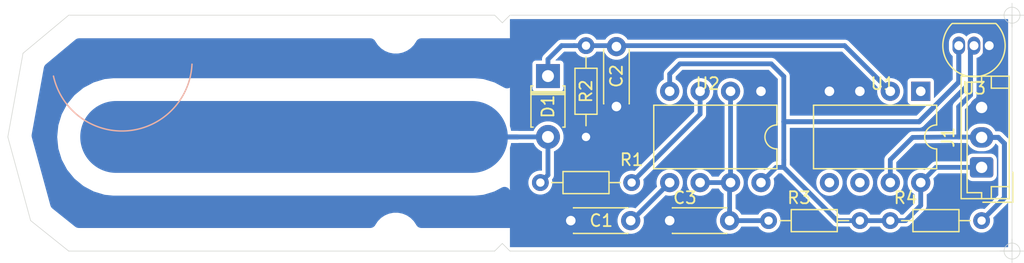
<source format=kicad_pcb>
(kicad_pcb (version 20171130) (host pcbnew "(5.1.5)-3")

  (general
    (thickness 1.6)
    (drawings 16)
    (tracks 57)
    (zones 0)
    (modules 12)
    (nets 9)
  )

  (page A4 portrait)
  (title_block
    (title "Bongo Soil Moisture Sensor")
    (rev 1.0)
    (company "Lapoulton (Pvt) Ltd")
  )

  (layers
    (0 F.Cu signal)
    (31 B.Cu signal)
    (33 F.Adhes user)
    (35 F.Paste user)
    (37 F.SilkS user)
    (38 B.Mask user)
    (39 F.Mask user)
    (40 Dwgs.User user)
    (41 Cmts.User user)
    (42 Eco1.User user)
    (43 Eco2.User user)
    (44 Edge.Cuts user)
    (45 Margin user)
    (46 B.CrtYd user)
    (47 F.CrtYd user)
    (49 F.Fab user)
  )

  (setup
    (last_trace_width 0.42)
    (user_trace_width 4)
    (trace_clearance 0.24)
    (zone_clearance 0.3)
    (zone_45_only no)
    (trace_min 0.2)
    (via_size 0.8)
    (via_drill 0.4)
    (via_min_size 0.4)
    (via_min_drill 0.3)
    (uvia_size 0.3)
    (uvia_drill 0.1)
    (uvias_allowed no)
    (uvia_min_size 0.2)
    (uvia_min_drill 0.1)
    (edge_width 0.05)
    (segment_width 0.2)
    (pcb_text_width 0.3)
    (pcb_text_size 1.5 1.5)
    (mod_edge_width 0.12)
    (mod_text_size 1 1)
    (mod_text_width 0.15)
    (pad_size 1.524 1.524)
    (pad_drill 0.762)
    (pad_to_mask_clearance 0.051)
    (solder_mask_min_width 0.25)
    (aux_axis_origin 30.48 50.8)
    (grid_origin 30.48 50.8)
    (visible_elements 7FFFF7FF)
    (pcbplotparams
      (layerselection 0x00000_fffffffe)
      (usegerberextensions false)
      (usegerberattributes true)
      (usegerberadvancedattributes false)
      (creategerberjobfile false)
      (excludeedgelayer true)
      (linewidth 0.100000)
      (plotframeref false)
      (viasonmask false)
      (mode 1)
      (useauxorigin true)
      (hpglpennumber 1)
      (hpglpenspeed 20)
      (hpglpendiameter 15.000000)
      (psnegative false)
      (psa4output false)
      (plotreference false)
      (plotvalue false)
      (plotinvisibletext false)
      (padsonsilk true)
      (subtractmaskfromsilk false)
      (outputformat 1)
      (mirror false)
      (drillshape 0)
      (scaleselection 1)
      (outputdirectory ""))
  )

  (net 0 "")
  (net 1 +3V3)
  (net 2 GND)
  (net 3 /1-Wire)
  (net 4 "Net-(R1-Pad2)")
  (net 5 /AOUT)
  (net 6 "Net-(C1-Pad2)")
  (net 7 "Net-(C3-Pad2)")
  (net 8 /COUT)

  (net_class Default "This is the default net class."
    (clearance 0.24)
    (trace_width 0.42)
    (via_dia 0.8)
    (via_drill 0.4)
    (uvia_dia 0.3)
    (uvia_drill 0.1)
    (add_net +3V3)
    (add_net /1-Wire)
    (add_net /AOUT)
    (add_net /COUT)
    (add_net "Net-(C1-Pad2)")
    (add_net "Net-(C3-Pad2)")
    (add_net "Net-(R1-Pad2)")
    (add_net "Net-(U1-Pad1)")
    (add_net "Net-(U1-Pad5)")
    (add_net "Net-(U1-Pad6)")
  )

  (net_class Ground ""
    (clearance 0.24)
    (trace_width 0.42)
    (via_dia 0.8)
    (via_drill 0.4)
    (uvia_dia 0.3)
    (uvia_drill 0.1)
    (add_net GND)
  )

  (module Package_TO_SOT_THT:TO-92_Inline (layer F.Cu) (tedit 5A1DD157) (tstamp 6089C147)
    (at 112.395 33.655 180)
    (descr "TO-92 leads in-line, narrow, oval pads, drill 0.75mm (see NXP sot054_po.pdf)")
    (tags "to-92 sc-43 sc-43a sot54 PA33 transistor")
    (path /6089C6CE)
    (fp_text reference U3 (at 1.27 -3.56) (layer F.SilkS)
      (effects (font (size 1 1) (thickness 0.15)))
    )
    (fp_text value DS18B20 (at 1.27 2.79) (layer F.Fab)
      (effects (font (size 1 1) (thickness 0.15)))
    )
    (fp_arc (start 1.27 0) (end 1.27 -2.6) (angle 135) (layer F.SilkS) (width 0.12))
    (fp_arc (start 1.27 0) (end 1.27 -2.48) (angle -135) (layer F.Fab) (width 0.1))
    (fp_arc (start 1.27 0) (end 1.27 -2.6) (angle -135) (layer F.SilkS) (width 0.12))
    (fp_arc (start 1.27 0) (end 1.27 -2.48) (angle 135) (layer F.Fab) (width 0.1))
    (fp_line (start 4 2.01) (end -1.46 2.01) (layer F.CrtYd) (width 0.05))
    (fp_line (start 4 2.01) (end 4 -2.73) (layer F.CrtYd) (width 0.05))
    (fp_line (start -1.46 -2.73) (end -1.46 2.01) (layer F.CrtYd) (width 0.05))
    (fp_line (start -1.46 -2.73) (end 4 -2.73) (layer F.CrtYd) (width 0.05))
    (fp_line (start -0.5 1.75) (end 3 1.75) (layer F.Fab) (width 0.1))
    (fp_line (start -0.53 1.85) (end 3.07 1.85) (layer F.SilkS) (width 0.12))
    (fp_text user %R (at 1.27 -3.56) (layer F.Fab)
      (effects (font (size 1 1) (thickness 0.15)))
    )
    (pad 1 thru_hole rect (at 0 0 180) (size 1.05 1.5) (drill 0.75) (layers *.Cu *.Mask)
      (net 2 GND))
    (pad 3 thru_hole oval (at 2.54 0 180) (size 1.05 1.5) (drill 0.75) (layers *.Cu *.Mask)
      (net 1 +3V3))
    (pad 2 thru_hole oval (at 1.27 0 180) (size 1.05 1.5) (drill 0.75) (layers *.Cu *.Mask)
      (net 3 /1-Wire))
    (model ${KISYS3DMOD}/Package_TO_SOT_THT.3dshapes/TO-92_Inline.wrl
      (at (xyz 0 0 0))
      (scale (xyz 1 1 1))
      (rotate (xyz 0 0 0))
    )
  )

  (module Resistor_THT:R_Axial_DIN0204_L3.6mm_D1.6mm_P7.62mm_Horizontal (layer F.Cu) (tedit 5AE5139B) (tstamp 606D509D)
    (at 104.14 48.26)
    (descr "Resistor, Axial_DIN0204 series, Axial, Horizontal, pin pitch=7.62mm, 0.167W, length*diameter=3.6*1.6mm^2, http://cdn-reichelt.de/documents/datenblatt/B400/1_4W%23YAG.pdf")
    (tags "Resistor Axial_DIN0204 series Axial Horizontal pin pitch 7.62mm 0.167W length 3.6mm diameter 1.6mm")
    (path /606C4CC8)
    (fp_text reference R4 (at 1.27 -1.905) (layer F.SilkS)
      (effects (font (size 1 1) (thickness 0.15)))
    )
    (fp_text value 4.7k (at 3.81 -1.905) (layer F.Fab)
      (effects (font (size 1 1) (thickness 0.15)))
    )
    (fp_text user %R (at 3.81 0) (layer F.Fab)
      (effects (font (size 0.72 0.72) (thickness 0.108)))
    )
    (fp_line (start 8.57 -1.05) (end -0.95 -1.05) (layer F.CrtYd) (width 0.05))
    (fp_line (start 8.57 1.05) (end 8.57 -1.05) (layer F.CrtYd) (width 0.05))
    (fp_line (start -0.95 1.05) (end 8.57 1.05) (layer F.CrtYd) (width 0.05))
    (fp_line (start -0.95 -1.05) (end -0.95 1.05) (layer F.CrtYd) (width 0.05))
    (fp_line (start 6.68 0) (end 5.73 0) (layer F.SilkS) (width 0.12))
    (fp_line (start 0.94 0) (end 1.89 0) (layer F.SilkS) (width 0.12))
    (fp_line (start 5.73 -0.92) (end 1.89 -0.92) (layer F.SilkS) (width 0.12))
    (fp_line (start 5.73 0.92) (end 5.73 -0.92) (layer F.SilkS) (width 0.12))
    (fp_line (start 1.89 0.92) (end 5.73 0.92) (layer F.SilkS) (width 0.12))
    (fp_line (start 1.89 -0.92) (end 1.89 0.92) (layer F.SilkS) (width 0.12))
    (fp_line (start 7.62 0) (end 5.61 0) (layer F.Fab) (width 0.1))
    (fp_line (start 0 0) (end 2.01 0) (layer F.Fab) (width 0.1))
    (fp_line (start 5.61 -0.8) (end 2.01 -0.8) (layer F.Fab) (width 0.1))
    (fp_line (start 5.61 0.8) (end 5.61 -0.8) (layer F.Fab) (width 0.1))
    (fp_line (start 2.01 0.8) (end 5.61 0.8) (layer F.Fab) (width 0.1))
    (fp_line (start 2.01 -0.8) (end 2.01 0.8) (layer F.Fab) (width 0.1))
    (pad 2 thru_hole oval (at 7.62 0) (size 1.4 1.4) (drill 0.7) (layers *.Cu *.Mask)
      (net 3 /1-Wire))
    (pad 1 thru_hole circle (at 0 0) (size 1.4 1.4) (drill 0.7) (layers *.Cu *.Mask)
      (net 1 +3V3))
    (model ${KISYS3DMOD}/Resistor_THT.3dshapes/R_Axial_DIN0204_L3.6mm_D1.6mm_P7.62mm_Horizontal.wrl
      (at (xyz 0 0 0))
      (scale (xyz 1 1 1))
      (rotate (xyz 0 0 0))
    )
  )

  (module Diode_THT:D_T-1_P5.08mm_Horizontal (layer F.Cu) (tedit 5AE50CD5) (tstamp 5FEBAC89)
    (at 75.565 36.195 270)
    (descr "Diode, T-1 series, Axial, Horizontal, pin pitch=5.08mm, , length*diameter=3.2*2.6mm^2, , http://www.diodes.com/_files/packages/T-1.pdf")
    (tags "Diode T-1 series Axial Horizontal pin pitch 5.08mm  length 3.2mm diameter 2.6mm")
    (path /5FED762B)
    (fp_text reference D1 (at 2.54 0 90) (layer F.SilkS)
      (effects (font (size 1 1) (thickness 0.15)))
    )
    (fp_text value D (at 2.54 2.42 90) (layer F.Fab)
      (effects (font (size 1 1) (thickness 0.15)))
    )
    (fp_line (start 6.33 -1.55) (end -1.25 -1.55) (layer F.CrtYd) (width 0.05))
    (fp_line (start 6.33 1.55) (end 6.33 -1.55) (layer F.CrtYd) (width 0.05))
    (fp_line (start -1.25 1.55) (end 6.33 1.55) (layer F.CrtYd) (width 0.05))
    (fp_line (start -1.25 -1.55) (end -1.25 1.55) (layer F.CrtYd) (width 0.05))
    (fp_line (start 1.3 -1.42) (end 1.3 1.42) (layer F.SilkS) (width 0.12))
    (fp_line (start 1.54 -1.42) (end 1.54 1.42) (layer F.SilkS) (width 0.12))
    (fp_line (start 1.42 -1.42) (end 1.42 1.42) (layer F.SilkS) (width 0.12))
    (fp_line (start 4.26 1.42) (end 4.26 1.24) (layer F.SilkS) (width 0.12))
    (fp_line (start 0.82 1.42) (end 4.26 1.42) (layer F.SilkS) (width 0.12))
    (fp_line (start 0.82 1.24) (end 0.82 1.42) (layer F.SilkS) (width 0.12))
    (fp_line (start 4.26 -1.42) (end 4.26 -1.24) (layer F.SilkS) (width 0.12))
    (fp_line (start 0.82 -1.42) (end 4.26 -1.42) (layer F.SilkS) (width 0.12))
    (fp_line (start 0.82 -1.24) (end 0.82 -1.42) (layer F.SilkS) (width 0.12))
    (fp_line (start 1.32 -1.3) (end 1.32 1.3) (layer F.Fab) (width 0.1))
    (fp_line (start 1.52 -1.3) (end 1.52 1.3) (layer F.Fab) (width 0.1))
    (fp_line (start 1.42 -1.3) (end 1.42 1.3) (layer F.Fab) (width 0.1))
    (fp_line (start 5.08 0) (end 4.14 0) (layer F.Fab) (width 0.1))
    (fp_line (start 0 0) (end 0.94 0) (layer F.Fab) (width 0.1))
    (fp_line (start 4.14 -1.3) (end 0.94 -1.3) (layer F.Fab) (width 0.1))
    (fp_line (start 4.14 1.3) (end 4.14 -1.3) (layer F.Fab) (width 0.1))
    (fp_line (start 0.94 1.3) (end 4.14 1.3) (layer F.Fab) (width 0.1))
    (fp_line (start 0.94 -1.3) (end 0.94 1.3) (layer F.Fab) (width 0.1))
    (pad 2 thru_hole oval (at 5.08 0 270) (size 2 2) (drill 1) (layers *.Cu *.Mask)
      (net 8 /COUT))
    (pad 1 thru_hole rect (at 0 0 270) (size 2 2) (drill 1) (layers *.Cu *.Mask)
      (net 5 /AOUT))
    (model ${KISYS3DMOD}/Diode_THT.3dshapes/D_T-1_P5.08mm_Horizontal.wrl
      (at (xyz 0 0 0))
      (scale (xyz 1 1 1))
      (rotate (xyz 0 0 0))
    )
  )

  (module Capacitor_THT:C_Disc_D4.3mm_W1.9mm_P5.00mm (layer F.Cu) (tedit 5AE50EF0) (tstamp 606CC555)
    (at 85.725 48.26)
    (descr "C, Disc series, Radial, pin pitch=5.00mm, , diameter*width=4.3*1.9mm^2, Capacitor, http://www.vishay.com/docs/45233/krseries.pdf")
    (tags "C Disc series Radial pin pitch 5.00mm  diameter 4.3mm width 1.9mm Capacitor")
    (path /60547F0B)
    (fp_text reference C3 (at 1.27 -1.905) (layer F.SilkS)
      (effects (font (size 1 1) (thickness 0.15)))
    )
    (fp_text value 330p (at 4.445 -1.905) (layer F.Fab)
      (effects (font (size 1 1) (thickness 0.15)))
    )
    (fp_line (start 0.35 -0.95) (end 0.35 0.95) (layer F.Fab) (width 0.1))
    (fp_line (start 0.35 0.95) (end 4.65 0.95) (layer F.Fab) (width 0.1))
    (fp_line (start 4.65 0.95) (end 4.65 -0.95) (layer F.Fab) (width 0.1))
    (fp_line (start 4.65 -0.95) (end 0.35 -0.95) (layer F.Fab) (width 0.1))
    (fp_line (start 0.23 -1.07) (end 4.77 -1.07) (layer F.SilkS) (width 0.12))
    (fp_line (start 0.23 1.07) (end 4.77 1.07) (layer F.SilkS) (width 0.12))
    (fp_line (start 0.23 -1.07) (end 0.23 -1.055) (layer F.SilkS) (width 0.12))
    (fp_line (start 0.23 1.055) (end 0.23 1.07) (layer F.SilkS) (width 0.12))
    (fp_line (start 4.77 -1.07) (end 4.77 -1.055) (layer F.SilkS) (width 0.12))
    (fp_line (start 4.77 1.055) (end 4.77 1.07) (layer F.SilkS) (width 0.12))
    (fp_line (start -1.05 -1.2) (end -1.05 1.2) (layer F.CrtYd) (width 0.05))
    (fp_line (start -1.05 1.2) (end 6.05 1.2) (layer F.CrtYd) (width 0.05))
    (fp_line (start 6.05 1.2) (end 6.05 -1.2) (layer F.CrtYd) (width 0.05))
    (fp_line (start 6.05 -1.2) (end -1.05 -1.2) (layer F.CrtYd) (width 0.05))
    (fp_text user %R (at 2.54 0) (layer F.Fab)
      (effects (font (size 0.86 0.86) (thickness 0.129)))
    )
    (pad 2 thru_hole circle (at 5 0) (size 1.6 1.6) (drill 0.8) (layers *.Cu *.Mask)
      (net 7 "Net-(C3-Pad2)"))
    (pad 1 thru_hole circle (at 0 0) (size 1.6 1.6) (drill 0.8) (layers *.Cu *.Mask)
      (net 2 GND))
    (model ${KISYS3DMOD}/Capacitor_THT.3dshapes/C_Disc_D4.3mm_W1.9mm_P5.00mm.wrl
      (at (xyz 0 0 0))
      (scale (xyz 1 1 1))
      (rotate (xyz 0 0 0))
    )
  )

  (module Package_DIP:DIP-8_W7.62mm (layer F.Cu) (tedit 5A02E8C5) (tstamp 5FEB9C54)
    (at 106.68 37.465 270)
    (descr "8-lead though-hole mounted DIP package, row spacing 7.62 mm (300 mils)")
    (tags "THT DIP DIL PDIP 2.54mm 7.62mm 300mil")
    (path /5FEB4BA0)
    (fp_text reference U1 (at -0.635 3.175 180) (layer F.SilkS)
      (effects (font (size 1 1) (thickness 0.15)))
    )
    (fp_text value ATtiny85 (at 3.81 3.81 180) (layer F.Fab)
      (effects (font (size 1 1) (thickness 0.15)))
    )
    (fp_line (start 8.7 -1.55) (end -1.1 -1.55) (layer F.CrtYd) (width 0.05))
    (fp_line (start 8.7 9.15) (end 8.7 -1.55) (layer F.CrtYd) (width 0.05))
    (fp_line (start -1.1 9.15) (end 8.7 9.15) (layer F.CrtYd) (width 0.05))
    (fp_line (start -1.1 -1.55) (end -1.1 9.15) (layer F.CrtYd) (width 0.05))
    (fp_line (start 6.46 -1.33) (end 4.81 -1.33) (layer F.SilkS) (width 0.12))
    (fp_line (start 6.46 8.95) (end 6.46 -1.33) (layer F.SilkS) (width 0.12))
    (fp_line (start 1.16 8.95) (end 6.46 8.95) (layer F.SilkS) (width 0.12))
    (fp_line (start 1.16 -1.33) (end 1.16 8.95) (layer F.SilkS) (width 0.12))
    (fp_line (start 2.81 -1.33) (end 1.16 -1.33) (layer F.SilkS) (width 0.12))
    (fp_line (start 0.635 -0.27) (end 1.635 -1.27) (layer F.Fab) (width 0.1))
    (fp_line (start 0.635 8.89) (end 0.635 -0.27) (layer F.Fab) (width 0.1))
    (fp_line (start 6.985 8.89) (end 0.635 8.89) (layer F.Fab) (width 0.1))
    (fp_line (start 6.985 -1.27) (end 6.985 8.89) (layer F.Fab) (width 0.1))
    (fp_line (start 1.635 -1.27) (end 6.985 -1.27) (layer F.Fab) (width 0.1))
    (fp_arc (start 3.81 -1.33) (end 2.81 -1.33) (angle -180) (layer F.SilkS) (width 0.12))
    (pad 8 thru_hole oval (at 7.62 0 270) (size 1.6 1.6) (drill 0.8) (layers *.Cu *.Mask)
      (net 1 +3V3))
    (pad 4 thru_hole oval (at 0 7.62 270) (size 1.6 1.6) (drill 0.8) (layers *.Cu *.Mask)
      (net 2 GND))
    (pad 7 thru_hole oval (at 7.62 2.54 270) (size 1.6 1.6) (drill 0.8) (layers *.Cu *.Mask)
      (net 3 /1-Wire))
    (pad 3 thru_hole oval (at 0 5.08 270) (size 1.6 1.6) (drill 0.8) (layers *.Cu *.Mask)
      (net 2 GND))
    (pad 6 thru_hole oval (at 7.62 5.08 270) (size 1.6 1.6) (drill 0.8) (layers *.Cu *.Mask))
    (pad 2 thru_hole oval (at 0 2.54 270) (size 1.6 1.6) (drill 0.8) (layers *.Cu *.Mask)
      (net 5 /AOUT))
    (pad 5 thru_hole oval (at 7.62 7.62 270) (size 1.6 1.6) (drill 0.8) (layers *.Cu *.Mask))
    (pad 1 thru_hole rect (at 0 0 270) (size 1.6 1.6) (drill 0.8) (layers *.Cu *.Mask))
    (model ${KISYS3DMOD}/Package_DIP.3dshapes/DIP-8_W7.62mm.wrl
      (at (xyz 0 0 0))
      (scale (xyz 1 1 1))
      (rotate (xyz 0 0 0))
    )
  )

  (module Package_DIP:DIP-8_W7.62mm (layer F.Cu) (tedit 5A02E8C5) (tstamp 5FEB9FD8)
    (at 93.345 37.465 270)
    (descr "8-lead though-hole mounted DIP package, row spacing 7.62 mm (300 mils)")
    (tags "THT DIP DIL PDIP 2.54mm 7.62mm 300mil")
    (path /5FEB705B)
    (fp_text reference U2 (at -0.635 4.445 180) (layer F.SilkS)
      (effects (font (size 1 1) (thickness 0.15)))
    )
    (fp_text value TLC555CP (at 3.81 3.81 180) (layer F.Fab)
      (effects (font (size 1 1) (thickness 0.15)))
    )
    (fp_line (start 8.7 -1.55) (end -1.1 -1.55) (layer F.CrtYd) (width 0.05))
    (fp_line (start 8.7 9.15) (end 8.7 -1.55) (layer F.CrtYd) (width 0.05))
    (fp_line (start -1.1 9.15) (end 8.7 9.15) (layer F.CrtYd) (width 0.05))
    (fp_line (start -1.1 -1.55) (end -1.1 9.15) (layer F.CrtYd) (width 0.05))
    (fp_line (start 6.46 -1.33) (end 4.81 -1.33) (layer F.SilkS) (width 0.12))
    (fp_line (start 6.46 8.95) (end 6.46 -1.33) (layer F.SilkS) (width 0.12))
    (fp_line (start 1.16 8.95) (end 6.46 8.95) (layer F.SilkS) (width 0.12))
    (fp_line (start 1.16 -1.33) (end 1.16 8.95) (layer F.SilkS) (width 0.12))
    (fp_line (start 2.81 -1.33) (end 1.16 -1.33) (layer F.SilkS) (width 0.12))
    (fp_line (start 0.635 -0.27) (end 1.635 -1.27) (layer F.Fab) (width 0.1))
    (fp_line (start 0.635 8.89) (end 0.635 -0.27) (layer F.Fab) (width 0.1))
    (fp_line (start 6.985 8.89) (end 0.635 8.89) (layer F.Fab) (width 0.1))
    (fp_line (start 6.985 -1.27) (end 6.985 8.89) (layer F.Fab) (width 0.1))
    (fp_line (start 1.635 -1.27) (end 6.985 -1.27) (layer F.Fab) (width 0.1))
    (fp_arc (start 3.81 -1.33) (end 2.81 -1.33) (angle -180) (layer F.SilkS) (width 0.12))
    (pad 8 thru_hole oval (at 7.62 0 270) (size 1.6 1.6) (drill 0.8) (layers *.Cu *.Mask)
      (net 1 +3V3))
    (pad 4 thru_hole oval (at 0 7.62 270) (size 1.6 1.6) (drill 0.8) (layers *.Cu *.Mask)
      (net 1 +3V3))
    (pad 7 thru_hole oval (at 7.62 2.54 270) (size 1.6 1.6) (drill 0.8) (layers *.Cu *.Mask)
      (net 7 "Net-(C3-Pad2)"))
    (pad 3 thru_hole oval (at 0 5.08 270) (size 1.6 1.6) (drill 0.8) (layers *.Cu *.Mask)
      (net 4 "Net-(R1-Pad2)"))
    (pad 6 thru_hole oval (at 7.62 5.08 270) (size 1.6 1.6) (drill 0.8) (layers *.Cu *.Mask)
      (net 7 "Net-(C3-Pad2)"))
    (pad 2 thru_hole oval (at 0 2.54 270) (size 1.6 1.6) (drill 0.8) (layers *.Cu *.Mask)
      (net 7 "Net-(C3-Pad2)"))
    (pad 5 thru_hole oval (at 7.62 7.62 270) (size 1.6 1.6) (drill 0.8) (layers *.Cu *.Mask)
      (net 6 "Net-(C1-Pad2)"))
    (pad 1 thru_hole rect (at 0 0 270) (size 1.6 1.6) (drill 0.8) (layers *.Cu *.Mask)
      (net 2 GND))
    (model ${KISYS3DMOD}/Package_DIP.3dshapes/DIP-8_W7.62mm.wrl
      (at (xyz 0 0 0))
      (scale (xyz 1 1 1))
      (rotate (xyz 0 0 0))
    )
  )

  (module Resistor_THT:R_Axial_DIN0204_L3.6mm_D1.6mm_P7.62mm_Horizontal (layer F.Cu) (tedit 5AE5139B) (tstamp 603266B7)
    (at 74.93 45.085)
    (descr "Resistor, Axial_DIN0204 series, Axial, Horizontal, pin pitch=7.62mm, 0.167W, length*diameter=3.6*1.6mm^2, http://cdn-reichelt.de/documents/datenblatt/B400/1_4W%23YAG.pdf")
    (tags "Resistor Axial_DIN0204 series Axial Horizontal pin pitch 7.62mm 0.167W length 3.6mm diameter 1.6mm")
    (path /5FED2E2E)
    (fp_text reference R1 (at 7.62 -1.905) (layer F.SilkS)
      (effects (font (size 1 1) (thickness 0.15)))
    )
    (fp_text value 10k (at 3.81 -1.905) (layer F.Fab)
      (effects (font (size 1 1) (thickness 0.15)))
    )
    (fp_line (start 2.01 -0.8) (end 2.01 0.8) (layer F.Fab) (width 0.1))
    (fp_line (start 2.01 0.8) (end 5.61 0.8) (layer F.Fab) (width 0.1))
    (fp_line (start 5.61 0.8) (end 5.61 -0.8) (layer F.Fab) (width 0.1))
    (fp_line (start 5.61 -0.8) (end 2.01 -0.8) (layer F.Fab) (width 0.1))
    (fp_line (start 0 0) (end 2.01 0) (layer F.Fab) (width 0.1))
    (fp_line (start 7.62 0) (end 5.61 0) (layer F.Fab) (width 0.1))
    (fp_line (start 1.89 -0.92) (end 1.89 0.92) (layer F.SilkS) (width 0.12))
    (fp_line (start 1.89 0.92) (end 5.73 0.92) (layer F.SilkS) (width 0.12))
    (fp_line (start 5.73 0.92) (end 5.73 -0.92) (layer F.SilkS) (width 0.12))
    (fp_line (start 5.73 -0.92) (end 1.89 -0.92) (layer F.SilkS) (width 0.12))
    (fp_line (start 0.94 0) (end 1.89 0) (layer F.SilkS) (width 0.12))
    (fp_line (start 6.68 0) (end 5.73 0) (layer F.SilkS) (width 0.12))
    (fp_line (start -0.95 -1.05) (end -0.95 1.05) (layer F.CrtYd) (width 0.05))
    (fp_line (start -0.95 1.05) (end 8.57 1.05) (layer F.CrtYd) (width 0.05))
    (fp_line (start 8.57 1.05) (end 8.57 -1.05) (layer F.CrtYd) (width 0.05))
    (fp_line (start 8.57 -1.05) (end -0.95 -1.05) (layer F.CrtYd) (width 0.05))
    (fp_text user %R (at 3.81 0) (layer F.Fab)
      (effects (font (size 0.72 0.72) (thickness 0.108)))
    )
    (pad 1 thru_hole circle (at 0 0) (size 1.4 1.4) (drill 0.7) (layers *.Cu *.Mask)
      (net 8 /COUT))
    (pad 2 thru_hole oval (at 7.62 0) (size 1.4 1.4) (drill 0.7) (layers *.Cu *.Mask)
      (net 4 "Net-(R1-Pad2)"))
    (model ${KISYS3DMOD}/Resistor_THT.3dshapes/R_Axial_DIN0204_L3.6mm_D1.6mm_P7.62mm_Horizontal.wrl
      (at (xyz 0 0 0))
      (scale (xyz 1 1 1))
      (rotate (xyz 0 0 0))
    )
  )

  (module Capacitor_THT:C_Disc_D4.3mm_W1.9mm_P5.00mm (layer F.Cu) (tedit 5AE50EF0) (tstamp 6047C404)
    (at 77.47 48.26)
    (descr "C, Disc series, Radial, pin pitch=5.00mm, , diameter*width=4.3*1.9mm^2, Capacitor, http://www.vishay.com/docs/45233/krseries.pdf")
    (tags "C Disc series Radial pin pitch 5.00mm  diameter 4.3mm width 1.9mm Capacitor")
    (path /60488260)
    (fp_text reference C1 (at 2.54 0) (layer F.SilkS)
      (effects (font (size 1 1) (thickness 0.15)))
    )
    (fp_text value 10p (at 5.08 -1.905) (layer F.Fab)
      (effects (font (size 1 1) (thickness 0.15)))
    )
    (fp_line (start 0.35 -0.95) (end 0.35 0.95) (layer F.Fab) (width 0.1))
    (fp_line (start 0.35 0.95) (end 4.65 0.95) (layer F.Fab) (width 0.1))
    (fp_line (start 4.65 0.95) (end 4.65 -0.95) (layer F.Fab) (width 0.1))
    (fp_line (start 4.65 -0.95) (end 0.35 -0.95) (layer F.Fab) (width 0.1))
    (fp_line (start 0.23 -1.07) (end 4.77 -1.07) (layer F.SilkS) (width 0.12))
    (fp_line (start 0.23 1.07) (end 4.77 1.07) (layer F.SilkS) (width 0.12))
    (fp_line (start 0.23 -1.07) (end 0.23 -1.055) (layer F.SilkS) (width 0.12))
    (fp_line (start 0.23 1.055) (end 0.23 1.07) (layer F.SilkS) (width 0.12))
    (fp_line (start 4.77 -1.07) (end 4.77 -1.055) (layer F.SilkS) (width 0.12))
    (fp_line (start 4.77 1.055) (end 4.77 1.07) (layer F.SilkS) (width 0.12))
    (fp_line (start -1.05 -1.2) (end -1.05 1.2) (layer F.CrtYd) (width 0.05))
    (fp_line (start -1.05 1.2) (end 6.05 1.2) (layer F.CrtYd) (width 0.05))
    (fp_line (start 6.05 1.2) (end 6.05 -1.2) (layer F.CrtYd) (width 0.05))
    (fp_line (start 6.05 -1.2) (end -1.05 -1.2) (layer F.CrtYd) (width 0.05))
    (pad 2 thru_hole circle (at 5 0) (size 1.6 1.6) (drill 0.8) (layers *.Cu *.Mask)
      (net 6 "Net-(C1-Pad2)"))
    (pad 1 thru_hole circle (at 0 0) (size 1.6 1.6) (drill 0.8) (layers *.Cu *.Mask)
      (net 2 GND))
    (model ${KISYS3DMOD}/Capacitor_THT.3dshapes/C_Disc_D4.3mm_W1.9mm_P5.00mm.wrl
      (at (xyz 0 0 0))
      (scale (xyz 1 1 1))
      (rotate (xyz 0 0 0))
    )
  )

  (module Resistor_THT:R_Axial_DIN0204_L3.6mm_D1.6mm_P7.62mm_Horizontal (layer F.Cu) (tedit 5AE5139B) (tstamp 603267B6)
    (at 101.6 48.26 180)
    (descr "Resistor, Axial_DIN0204 series, Axial, Horizontal, pin pitch=7.62mm, 0.167W, length*diameter=3.6*1.6mm^2, http://cdn-reichelt.de/documents/datenblatt/B400/1_4W%23YAG.pdf")
    (tags "Resistor Axial_DIN0204 series Axial Horizontal pin pitch 7.62mm 0.167W length 3.6mm diameter 1.6mm")
    (path /5FED0FAB)
    (fp_text reference R3 (at 5.08 1.905) (layer F.SilkS)
      (effects (font (size 1 1) (thickness 0.15)))
    )
    (fp_text value 330 (at 2.54 1.905) (layer F.Fab)
      (effects (font (size 1 1) (thickness 0.15)))
    )
    (fp_line (start 8.57 -1.05) (end -0.95 -1.05) (layer F.CrtYd) (width 0.05))
    (fp_line (start 8.57 1.05) (end 8.57 -1.05) (layer F.CrtYd) (width 0.05))
    (fp_line (start -0.95 1.05) (end 8.57 1.05) (layer F.CrtYd) (width 0.05))
    (fp_line (start -0.95 -1.05) (end -0.95 1.05) (layer F.CrtYd) (width 0.05))
    (fp_line (start 6.68 0) (end 5.73 0) (layer F.SilkS) (width 0.12))
    (fp_line (start 0.94 0) (end 1.89 0) (layer F.SilkS) (width 0.12))
    (fp_line (start 5.73 -0.92) (end 1.89 -0.92) (layer F.SilkS) (width 0.12))
    (fp_line (start 5.73 0.92) (end 5.73 -0.92) (layer F.SilkS) (width 0.12))
    (fp_line (start 1.89 0.92) (end 5.73 0.92) (layer F.SilkS) (width 0.12))
    (fp_line (start 1.89 -0.92) (end 1.89 0.92) (layer F.SilkS) (width 0.12))
    (fp_line (start 7.62 0) (end 5.61 0) (layer F.Fab) (width 0.1))
    (fp_line (start 0 0) (end 2.01 0) (layer F.Fab) (width 0.1))
    (fp_line (start 5.61 -0.8) (end 2.01 -0.8) (layer F.Fab) (width 0.1))
    (fp_line (start 5.61 0.8) (end 5.61 -0.8) (layer F.Fab) (width 0.1))
    (fp_line (start 2.01 0.8) (end 5.61 0.8) (layer F.Fab) (width 0.1))
    (fp_line (start 2.01 -0.8) (end 2.01 0.8) (layer F.Fab) (width 0.1))
    (fp_text user %R (at 3.81 0) (layer F.Fab)
      (effects (font (size 0.72 0.72) (thickness 0.108)))
    )
    (pad 2 thru_hole oval (at 7.62 0 180) (size 1.4 1.4) (drill 0.7) (layers *.Cu *.Mask)
      (net 7 "Net-(C3-Pad2)"))
    (pad 1 thru_hole circle (at 0 0 180) (size 1.4 1.4) (drill 0.7) (layers *.Cu *.Mask)
      (net 1 +3V3))
    (model ${KISYS3DMOD}/Resistor_THT.3dshapes/R_Axial_DIN0204_L3.6mm_D1.6mm_P7.62mm_Horizontal.wrl
      (at (xyz 0 0 0))
      (scale (xyz 1 1 1))
      (rotate (xyz 0 0 0))
    )
  )

  (module Resistor_THT:R_Axial_DIN0204_L3.6mm_D1.6mm_P7.62mm_Horizontal (layer F.Cu) (tedit 5AE5139B) (tstamp 60054A1E)
    (at 78.74 41.275 90)
    (descr "Resistor, Axial_DIN0204 series, Axial, Horizontal, pin pitch=7.62mm, 0.167W, length*diameter=3.6*1.6mm^2, http://cdn-reichelt.de/documents/datenblatt/B400/1_4W%23YAG.pdf")
    (tags "Resistor Axial_DIN0204 series Axial Horizontal pin pitch 7.62mm 0.167W length 3.6mm diameter 1.6mm")
    (path /5FEDEBD3)
    (fp_text reference R2 (at 3.81 0 90) (layer F.SilkS)
      (effects (font (size 1 1) (thickness 0.15)))
    )
    (fp_text value 1m (at 3.175 -1.27 90) (layer F.Fab)
      (effects (font (size 1 1) (thickness 0.15)))
    )
    (fp_line (start 8.57 -1.05) (end -0.95 -1.05) (layer F.CrtYd) (width 0.05))
    (fp_line (start 8.57 1.05) (end 8.57 -1.05) (layer F.CrtYd) (width 0.05))
    (fp_line (start -0.95 1.05) (end 8.57 1.05) (layer F.CrtYd) (width 0.05))
    (fp_line (start -0.95 -1.05) (end -0.95 1.05) (layer F.CrtYd) (width 0.05))
    (fp_line (start 6.68 0) (end 5.73 0) (layer F.SilkS) (width 0.12))
    (fp_line (start 0.94 0) (end 1.89 0) (layer F.SilkS) (width 0.12))
    (fp_line (start 5.73 -0.92) (end 1.89 -0.92) (layer F.SilkS) (width 0.12))
    (fp_line (start 5.73 0.92) (end 5.73 -0.92) (layer F.SilkS) (width 0.12))
    (fp_line (start 1.89 0.92) (end 5.73 0.92) (layer F.SilkS) (width 0.12))
    (fp_line (start 1.89 -0.92) (end 1.89 0.92) (layer F.SilkS) (width 0.12))
    (fp_line (start 7.62 0) (end 5.61 0) (layer F.Fab) (width 0.1))
    (fp_line (start 0 0) (end 2.01 0) (layer F.Fab) (width 0.1))
    (fp_line (start 5.61 -0.8) (end 2.01 -0.8) (layer F.Fab) (width 0.1))
    (fp_line (start 5.61 0.8) (end 5.61 -0.8) (layer F.Fab) (width 0.1))
    (fp_line (start 2.01 0.8) (end 5.61 0.8) (layer F.Fab) (width 0.1))
    (fp_line (start 2.01 -0.8) (end 2.01 0.8) (layer F.Fab) (width 0.1))
    (pad 2 thru_hole oval (at 7.62 0 90) (size 1.4 1.4) (drill 0.7) (layers *.Cu *.Mask)
      (net 5 /AOUT))
    (pad 1 thru_hole circle (at 0 0 90) (size 1.4 1.4) (drill 0.7) (layers *.Cu *.Mask)
      (net 2 GND))
    (model ${KISYS3DMOD}/Resistor_THT.3dshapes/R_Axial_DIN0204_L3.6mm_D1.6mm_P7.62mm_Horizontal.wrl
      (at (xyz 0 0 0))
      (scale (xyz 1 1 1))
      (rotate (xyz 0 0 0))
    )
  )

  (module Capacitor_THT:C_Disc_D4.3mm_W1.9mm_P5.00mm (layer F.Cu) (tedit 5AE50EF0) (tstamp 606CC872)
    (at 81.28 38.735 90)
    (descr "C, Disc series, Radial, pin pitch=5.00mm, , diameter*width=4.3*1.9mm^2, Capacitor, http://www.vishay.com/docs/45233/krseries.pdf")
    (tags "C Disc series Radial pin pitch 5.00mm  diameter 4.3mm width 1.9mm Capacitor")
    (path /5FEE0E3A)
    (fp_text reference C2 (at 2.54 0 90) (layer F.SilkS)
      (effects (font (size 1 1) (thickness 0.15)))
    )
    (fp_text value 1n (at 2.5 1.905 90) (layer F.Fab)
      (effects (font (size 1 1) (thickness 0.15)))
    )
    (fp_line (start 6.05 -1.2) (end -1.05 -1.2) (layer F.CrtYd) (width 0.05))
    (fp_line (start 6.05 1.2) (end 6.05 -1.2) (layer F.CrtYd) (width 0.05))
    (fp_line (start -1.05 1.2) (end 6.05 1.2) (layer F.CrtYd) (width 0.05))
    (fp_line (start -1.05 -1.2) (end -1.05 1.2) (layer F.CrtYd) (width 0.05))
    (fp_line (start 4.77 1.055) (end 4.77 1.07) (layer F.SilkS) (width 0.12))
    (fp_line (start 4.77 -1.07) (end 4.77 -1.055) (layer F.SilkS) (width 0.12))
    (fp_line (start 0.23 1.055) (end 0.23 1.07) (layer F.SilkS) (width 0.12))
    (fp_line (start 0.23 -1.07) (end 0.23 -1.055) (layer F.SilkS) (width 0.12))
    (fp_line (start 0.23 1.07) (end 4.77 1.07) (layer F.SilkS) (width 0.12))
    (fp_line (start 0.23 -1.07) (end 4.77 -1.07) (layer F.SilkS) (width 0.12))
    (fp_line (start 4.65 -0.95) (end 0.35 -0.95) (layer F.Fab) (width 0.1))
    (fp_line (start 4.65 0.95) (end 4.65 -0.95) (layer F.Fab) (width 0.1))
    (fp_line (start 0.35 0.95) (end 4.65 0.95) (layer F.Fab) (width 0.1))
    (fp_line (start 0.35 -0.95) (end 0.35 0.95) (layer F.Fab) (width 0.1))
    (pad 2 thru_hole circle (at 5 0 90) (size 1.6 1.6) (drill 0.8) (layers *.Cu *.Mask)
      (net 5 /AOUT))
    (pad 1 thru_hole circle (at 0 0 90) (size 1.6 1.6) (drill 0.8) (layers *.Cu *.Mask)
      (net 2 GND))
    (model ${KISYS3DMOD}/Capacitor_THT.3dshapes/C_Disc_D4.3mm_W1.9mm_P5.00mm.wrl
      (at (xyz 0 0 0))
      (scale (xyz 1 1 1))
      (rotate (xyz 0 0 0))
    )
  )

  (module Connector_JST:JST_EH_B3B-EH-A_1x03_P2.50mm_Vertical (layer F.Cu) (tedit 5C28142C) (tstamp 5FEBA14A)
    (at 111.76 43.815 90)
    (descr "JST EH series connector, B3B-EH-A (http://www.jst-mfg.com/product/pdf/eng/eEH.pdf), generated with kicad-footprint-generator")
    (tags "connector JST EH vertical")
    (path /5FEBB2A4)
    (fp_text reference J1 (at 2.5 -2.8 90) (layer F.SilkS)
      (effects (font (size 1 1) (thickness 0.15)))
    )
    (fp_text value Screw_Terminal_01x03 (at 2.54 4.445 90) (layer F.Fab) hide
      (effects (font (size 1 1) (thickness 0.15)))
    )
    (fp_line (start -2.91 2.61) (end -0.41 2.61) (layer F.Fab) (width 0.1))
    (fp_line (start -2.91 0.11) (end -2.91 2.61) (layer F.Fab) (width 0.1))
    (fp_line (start -2.91 2.61) (end -0.41 2.61) (layer F.SilkS) (width 0.12))
    (fp_line (start -2.91 0.11) (end -2.91 2.61) (layer F.SilkS) (width 0.12))
    (fp_line (start 6.61 0.81) (end 6.61 2.31) (layer F.SilkS) (width 0.12))
    (fp_line (start 7.61 0.81) (end 6.61 0.81) (layer F.SilkS) (width 0.12))
    (fp_line (start -1.61 0.81) (end -1.61 2.31) (layer F.SilkS) (width 0.12))
    (fp_line (start -2.61 0.81) (end -1.61 0.81) (layer F.SilkS) (width 0.12))
    (fp_line (start 7.11 0) (end 7.61 0) (layer F.SilkS) (width 0.12))
    (fp_line (start 7.11 -1.21) (end 7.11 0) (layer F.SilkS) (width 0.12))
    (fp_line (start -2.11 -1.21) (end 7.11 -1.21) (layer F.SilkS) (width 0.12))
    (fp_line (start -2.11 0) (end -2.11 -1.21) (layer F.SilkS) (width 0.12))
    (fp_line (start -2.61 0) (end -2.11 0) (layer F.SilkS) (width 0.12))
    (fp_line (start 7.61 -1.71) (end -2.61 -1.71) (layer F.SilkS) (width 0.12))
    (fp_line (start 7.61 2.31) (end 7.61 -1.71) (layer F.SilkS) (width 0.12))
    (fp_line (start -2.61 2.31) (end 7.61 2.31) (layer F.SilkS) (width 0.12))
    (fp_line (start -2.61 -1.71) (end -2.61 2.31) (layer F.SilkS) (width 0.12))
    (fp_line (start 8 -2.1) (end -3 -2.1) (layer F.CrtYd) (width 0.05))
    (fp_line (start 8 2.7) (end 8 -2.1) (layer F.CrtYd) (width 0.05))
    (fp_line (start -3 2.7) (end 8 2.7) (layer F.CrtYd) (width 0.05))
    (fp_line (start -3 -2.1) (end -3 2.7) (layer F.CrtYd) (width 0.05))
    (fp_line (start 7.5 -1.6) (end -2.5 -1.6) (layer F.Fab) (width 0.1))
    (fp_line (start 7.5 2.2) (end 7.5 -1.6) (layer F.Fab) (width 0.1))
    (fp_line (start -2.5 2.2) (end 7.5 2.2) (layer F.Fab) (width 0.1))
    (fp_line (start -2.5 -1.6) (end -2.5 2.2) (layer F.Fab) (width 0.1))
    (fp_text user %R (at 2.5 0 90) (layer F.Fab)
      (effects (font (size 1 1) (thickness 0.15)))
    )
    (pad 3 thru_hole oval (at 5 0 90) (size 1.7 1.95) (drill 0.95) (layers *.Cu *.Mask)
      (net 2 GND))
    (pad 2 thru_hole oval (at 2.5 0 90) (size 1.7 1.95) (drill 0.95) (layers *.Cu *.Mask)
      (net 3 /1-Wire))
    (pad 1 thru_hole roundrect (at 0 0 90) (size 1.7 1.95) (drill 0.95) (layers *.Cu *.Mask) (roundrect_rratio 0.1470588235294118)
      (net 1 +3V3))
    (model ${KISYS3DMOD}/Connector_JST.3dshapes/JST_EH_B3B-EH-A_1x03_P2.50mm_Vertical.wrl
      (at (xyz 0 0 0))
      (scale (xyz 1 1 1))
      (rotate (xyz 0 0 0))
    )
  )

  (gr_line (start 114.3 50.8) (end 114.3 31.115) (layer Edge.Cuts) (width 0.05) (tstamp 606DD219))
  (gr_line (start 72.39 50.8) (end 114.3 50.8) (layer Edge.Cuts) (width 0.05))
  (gr_line (start 71.755 50.165) (end 72.39 50.8) (layer Edge.Cuts) (width 0.05))
  (gr_line (start 71.12 50.8) (end 71.755 50.165) (layer Edge.Cuts) (width 0.05))
  (gr_line (start 35.56 50.8) (end 71.12 50.8) (layer Edge.Cuts) (width 0.05))
  (gr_line (start 32.385 48.26) (end 35.56 50.8) (layer Edge.Cuts) (width 0.05))
  (gr_line (start 30.48 41.275) (end 32.385 48.26) (layer Edge.Cuts) (width 0.05))
  (gr_line (start 31.75 34.29) (end 30.48 41.275) (layer Edge.Cuts) (width 0.05))
  (gr_line (start 35.56 31.115) (end 31.75 34.29) (layer Edge.Cuts) (width 0.05))
  (gr_line (start 71.12 31.115) (end 35.56 31.115) (layer Edge.Cuts) (width 0.05))
  (gr_line (start 71.755 31.75) (end 71.12 31.115) (layer Edge.Cuts) (width 0.05))
  (gr_line (start 72.39 31.115) (end 71.755 31.75) (layer Edge.Cuts) (width 0.05))
  (gr_line (start 114.3 31.115) (end 72.39 31.115) (layer Edge.Cuts) (width 0.05))
  (gr_arc (start 40.005 34.925) (end 34.290001 36.194999) (angle -164.7448813) (layer B.SilkS) (width 0.12))
  (target plus (at 114.3 50.8) (size 2) (width 0.05) (layer Edge.Cuts) (tstamp 606584CD))
  (target plus (at 114.3 31.115) (size 2) (width 0.05) (layer Edge.Cuts) (tstamp 606584CC))

  (segment (start 94.615 43.815) (end 93.345 45.085) (width 0.4) (layer B.Cu) (net 1) (status 20))
  (segment (start 95.25 36.223981) (end 94.199026 35.173007) (width 0.4) (layer B.Cu) (net 1))
  (segment (start 107.95 43.815) (end 106.68 45.085) (width 0.4) (layer B.Cu) (net 1) (status 20))
  (segment (start 105.41 48.26) (end 101.6 48.26) (width 0.4) (layer B.Cu) (net 1) (status 20))
  (segment (start 106.68 45.085) (end 106.68 46.99) (width 0.4) (layer B.Cu) (net 1) (status 10))
  (segment (start 95.25 43.815) (end 94.615 43.815) (width 0.4) (layer B.Cu) (net 1))
  (segment (start 99.695 48.26) (end 95.25 43.815) (width 0.4) (layer B.Cu) (net 1))
  (segment (start 101.6 48.26) (end 99.695 48.26) (width 0.4) (layer B.Cu) (net 1) (status 10))
  (segment (start 94.199026 35.173007) (end 86.579026 35.173007) (width 0.4) (layer B.Cu) (net 1))
  (segment (start 85.725 36.027033) (end 85.725 37.465) (width 0.4) (layer B.Cu) (net 1) (status 20))
  (segment (start 86.579026 35.173007) (end 85.725 36.027033) (width 0.4) (layer B.Cu) (net 1))
  (segment (start 107.95 43.815) (end 111.76 43.815) (width 0.4) (layer B.Cu) (net 1) (status 20))
  (segment (start 106.68 46.99) (end 105.41 48.26) (width 0.4) (layer B.Cu) (net 1))
  (segment (start 95.25 43.815) (end 95.25 43.18) (width 0.4) (layer B.Cu) (net 1))
  (segment (start 109.855 33.655) (end 109.855 36.700002) (width 0.42) (layer B.Cu) (net 1))
  (segment (start 109.855 36.700002) (end 106.550002 40.005) (width 0.42) (layer B.Cu) (net 1))
  (segment (start 95.25 43.18) (end 95.25 40.005) (width 0.4) (layer B.Cu) (net 1))
  (segment (start 106.550002 40.005) (end 95.25 40.005) (width 0.42) (layer B.Cu) (net 1))
  (segment (start 95.25 40.005) (end 95.25 36.223981) (width 0.4) (layer B.Cu) (net 1))
  (segment (start 73.025 35.56) (end 72.39 35.56) (width 2) (layer B.Cu) (net 2))
  (segment (start 106.005 41.315) (end 104.14 43.18) (width 0.4) (layer B.Cu) (net 3))
  (segment (start 111.76 41.315) (end 113.155 41.315) (width 0.42) (layer B.Cu) (net 3))
  (segment (start 113.665 41.825) (end 113.665 46.355) (width 0.42) (layer B.Cu) (net 3))
  (segment (start 113.665 46.355) (end 111.76 48.26) (width 0.42) (layer B.Cu) (net 3))
  (segment (start 113.155 41.315) (end 113.665 41.825) (width 0.42) (layer B.Cu) (net 3))
  (segment (start 104.14 43.18) (end 104.14 45.085) (width 0.4) (layer B.Cu) (net 3))
  (segment (start 111.125 33.655) (end 110.83001 33.94999) (width 0.42) (layer B.Cu) (net 3))
  (segment (start 110.83001 33.94999) (end 110.83001 37.781499) (width 0.42) (layer B.Cu) (net 3))
  (segment (start 109.855 41.275) (end 106.005 41.315) (width 0.4) (layer B.Cu) (net 3))
  (segment (start 109.855 38.756509) (end 109.855 41.275) (width 0.42) (layer B.Cu) (net 3))
  (segment (start 110.83001 37.781499) (end 109.855 38.756509) (width 0.42) (layer B.Cu) (net 3))
  (segment (start 111.76 41.315) (end 109.855 41.275) (width 0.4) (layer B.Cu) (net 3))
  (segment (start 88.265 37.465) (end 88.265 39.37) (width 0.4) (layer B.Cu) (net 4) (status 10))
  (segment (start 88.265 39.37) (end 82.55 45.085) (width 0.4) (layer B.Cu) (net 4) (status 20))
  (segment (start 104.14 37.465) (end 100.33 33.655) (width 0.4) (layer B.Cu) (net 5) (status 10))
  (segment (start 75.565 34.795) (end 76.705 33.655) (width 0.4) (layer B.Cu) (net 5))
  (segment (start 100.33 33.655) (end 81.28 33.655) (width 0.4) (layer B.Cu) (net 5) (status 20))
  (segment (start 76.705 33.655) (end 77.750051 33.655) (width 0.4) (layer B.Cu) (net 5))
  (segment (start 78.74 33.655) (end 81.2 33.655) (width 0.4) (layer B.Cu) (net 5) (status 30))
  (segment (start 81.2 33.655) (end 81.28 33.735) (width 0.4) (layer B.Cu) (net 5) (status 30))
  (segment (start 77.750051 33.655) (end 78.74 33.655) (width 0.4) (layer B.Cu) (net 5) (status 20))
  (segment (start 75.565 36.195) (end 75.565 34.795) (width 0.4) (layer B.Cu) (net 5) (status 10))
  (segment (start 85.71999 45.09001) (end 85.71999 45.085) (width 0.4) (layer B.Cu) (net 6) (status 30))
  (segment (start 82.55 48.26) (end 82.47 48.26) (width 0.4) (layer B.Cu) (net 6) (status 30))
  (segment (start 85.725 45.085) (end 82.55 48.26) (width 0.4) (layer B.Cu) (net 6) (status 30))
  (segment (start 93.98 48.26) (end 90.725 48.26) (width 0.4) (layer B.Cu) (net 7) (status 30))
  (segment (start 88.82 45.165) (end 88.9 45.085) (width 0.4) (layer B.Cu) (net 7) (status 30))
  (segment (start 90.805 37.465) (end 90.805 38.59637) (width 0.4) (layer B.Cu) (net 7) (status 10))
  (segment (start 90.805 38.59637) (end 90.805 45.085) (width 0.4) (layer B.Cu) (net 7) (status 20))
  (segment (start 90.725 48.26) (end 90.725 45.165) (width 0.4) (layer B.Cu) (net 7) (status 30))
  (segment (start 90.725 45.165) (end 90.805 45.085) (width 0.4) (layer B.Cu) (net 7) (status 30))
  (segment (start 90.805 45.085) (end 88.265 45.085) (width 0.4) (layer B.Cu) (net 7) (status 30))
  (segment (start 39.525 41.275) (end 69.215 41.275) (width 6) (layer B.Cu) (net 8))
  (segment (start 73.025 41.275) (end 69.215 41.275) (width 0.42) (layer B.Cu) (net 8))
  (segment (start 75.565 41.275) (end 75.565 44.45) (width 0.4) (layer B.Cu) (net 8) (status 10))
  (segment (start 75.565 41.275) (end 73.025 41.275) (width 0.4) (layer B.Cu) (net 8) (status 10))
  (segment (start 75.565 44.45) (end 74.93 45.085) (width 0.4) (layer B.Cu) (net 8) (status 20))

  (zone (net 2) (net_name GND) (layer B.Cu) (tstamp 606EE02D) (hatch edge 0.508)
    (connect_pads yes (clearance 0.3))
    (min_thickness 0.03)
    (fill yes (arc_segments 32) (thermal_gap 0.1) (thermal_bridge_width 0.3))
    (polygon
      (pts
        (xy 114.3 31.115) (xy 72.39 30.48) (xy 72.39 50.8) (xy 114.3 50.8)
      )
    )
    (filled_polygon
      (pts
        (xy 113.96 41.377539) (xy 113.544471 40.962009) (xy 113.528027 40.941973) (xy 113.448086 40.876367) (xy 113.356881 40.827617)
        (xy 113.257918 40.797597) (xy 113.180788 40.79) (xy 113.18078 40.79) (xy 113.155 40.787461) (xy 113.12922 40.79)
        (xy 112.92536 40.79) (xy 112.858348 40.664629) (xy 112.712765 40.487235) (xy 112.535371 40.341652) (xy 112.332983 40.233473)
        (xy 112.11338 40.166857) (xy 111.942224 40.15) (xy 111.577776 40.15) (xy 111.40662 40.166857) (xy 111.187017 40.233473)
        (xy 110.984629 40.341652) (xy 110.807235 40.487235) (xy 110.661652 40.664629) (xy 110.602348 40.775579) (xy 110.38 40.770911)
        (xy 110.38 38.97397) (xy 111.183006 38.170965) (xy 111.203037 38.154526) (xy 111.268643 38.074585) (xy 111.317393 37.98338)
        (xy 111.347413 37.884417) (xy 111.35501 37.807287) (xy 111.35501 37.80728) (xy 111.357549 37.7815) (xy 111.35501 37.75572)
        (xy 111.35501 34.688024) (xy 111.448008 34.659813) (xy 111.593936 34.581814) (xy 111.721843 34.476843) (xy 111.826814 34.348937)
        (xy 111.904813 34.203009) (xy 111.952846 34.044669) (xy 111.965 33.921264) (xy 111.965 33.388737) (xy 111.952846 33.265331)
        (xy 111.904813 33.106991) (xy 111.826814 32.961063) (xy 111.721843 32.833157) (xy 111.593937 32.728186) (xy 111.448009 32.650187)
        (xy 111.289669 32.602154) (xy 111.125 32.585936) (xy 110.960332 32.602154) (xy 110.801992 32.650187) (xy 110.656064 32.728186)
        (xy 110.528158 32.833157) (xy 110.49 32.879651) (xy 110.451843 32.833157) (xy 110.323937 32.728186) (xy 110.178009 32.650187)
        (xy 110.019669 32.602154) (xy 109.855 32.585936) (xy 109.690332 32.602154) (xy 109.531992 32.650187) (xy 109.386064 32.728186)
        (xy 109.258158 32.833157) (xy 109.153186 32.961063) (xy 109.075187 33.106991) (xy 109.027154 33.265331) (xy 109.015 33.388736)
        (xy 109.015 33.921263) (xy 109.027154 34.044668) (xy 109.075187 34.203008) (xy 109.153186 34.348936) (xy 109.258157 34.476843)
        (xy 109.33 34.535804) (xy 109.330001 36.482539) (xy 107.796524 38.016017) (xy 107.796524 36.665) (xy 107.790442 36.603249)
        (xy 107.77243 36.543872) (xy 107.74318 36.489149) (xy 107.703816 36.441184) (xy 107.655851 36.40182) (xy 107.601128 36.37257)
        (xy 107.541751 36.354558) (xy 107.48 36.348476) (xy 105.88 36.348476) (xy 105.818249 36.354558) (xy 105.758872 36.37257)
        (xy 105.704149 36.40182) (xy 105.656184 36.441184) (xy 105.61682 36.489149) (xy 105.58757 36.543872) (xy 105.569558 36.603249)
        (xy 105.563476 36.665) (xy 105.563476 38.265) (xy 105.569558 38.326751) (xy 105.58757 38.386128) (xy 105.61682 38.440851)
        (xy 105.656184 38.488816) (xy 105.704149 38.52818) (xy 105.758872 38.55743) (xy 105.818249 38.575442) (xy 105.88 38.581524)
        (xy 107.231017 38.581524) (xy 106.332541 39.48) (xy 95.765 39.48) (xy 95.765 36.249266) (xy 95.76749 36.223981)
        (xy 95.765 36.198696) (xy 95.765 36.198688) (xy 95.757548 36.123024) (xy 95.728099 36.025946) (xy 95.715161 36.00174)
        (xy 95.680278 35.936477) (xy 95.632045 35.877706) (xy 95.632041 35.877702) (xy 95.615921 35.85806) (xy 95.596279 35.84194)
        (xy 94.581072 34.826734) (xy 94.564947 34.807086) (xy 94.486529 34.742729) (xy 94.397061 34.694908) (xy 94.299983 34.665459)
        (xy 94.224319 34.658007) (xy 94.224308 34.658007) (xy 94.199026 34.655517) (xy 94.173744 34.658007) (xy 86.604308 34.658007)
        (xy 86.579025 34.655517) (xy 86.553743 34.658007) (xy 86.553733 34.658007) (xy 86.478069 34.665459) (xy 86.380991 34.694908)
        (xy 86.291523 34.742729) (xy 86.291521 34.74273) (xy 86.291522 34.74273) (xy 86.23275 34.790963) (xy 86.232747 34.790966)
        (xy 86.213105 34.807086) (xy 86.196985 34.826728) (xy 85.378726 35.644987) (xy 85.359079 35.661112) (xy 85.294722 35.73953)
        (xy 85.246901 35.828999) (xy 85.217452 35.926077) (xy 85.21 36.001741) (xy 85.21 36.001751) (xy 85.20751 36.027033)
        (xy 85.21 36.052316) (xy 85.21 36.471453) (xy 85.196849 36.4769) (xy 85.014229 36.598923) (xy 84.858923 36.754229)
        (xy 84.7369 36.936849) (xy 84.652849 37.139766) (xy 84.61 37.355182) (xy 84.61 37.574818) (xy 84.652849 37.790234)
        (xy 84.7369 37.993151) (xy 84.858923 38.175771) (xy 85.014229 38.331077) (xy 85.196849 38.4531) (xy 85.399766 38.537151)
        (xy 85.615182 38.58) (xy 85.834818 38.58) (xy 86.050234 38.537151) (xy 86.253151 38.4531) (xy 86.435771 38.331077)
        (xy 86.591077 38.175771) (xy 86.7131 37.993151) (xy 86.797151 37.790234) (xy 86.84 37.574818) (xy 86.84 37.355182)
        (xy 86.797151 37.139766) (xy 86.7131 36.936849) (xy 86.591077 36.754229) (xy 86.435771 36.598923) (xy 86.253151 36.4769)
        (xy 86.24 36.471453) (xy 86.24 36.240352) (xy 86.792346 35.688007) (xy 93.985707 35.688007) (xy 94.735001 36.437302)
        (xy 94.735 39.89416) (xy 94.732597 39.902082) (xy 94.72246 40.005) (xy 94.732597 40.107918) (xy 94.735001 40.115843)
        (xy 94.735 43.205292) (xy 94.735001 43.205301) (xy 94.735001 43.3) (xy 94.640282 43.3) (xy 94.614999 43.29751)
        (xy 94.589717 43.3) (xy 94.589707 43.3) (xy 94.514043 43.307452) (xy 94.416965 43.336901) (xy 94.327497 43.384722)
        (xy 94.327495 43.384723) (xy 94.327496 43.384723) (xy 94.268724 43.432956) (xy 94.268721 43.432959) (xy 94.249079 43.449079)
        (xy 94.232959 43.468721) (xy 93.683384 44.018296) (xy 93.670234 44.012849) (xy 93.454818 43.97) (xy 93.235182 43.97)
        (xy 93.019766 44.012849) (xy 92.816849 44.0969) (xy 92.634229 44.218923) (xy 92.478923 44.374229) (xy 92.3569 44.556849)
        (xy 92.272849 44.759766) (xy 92.23 44.975182) (xy 92.23 45.194818) (xy 92.272849 45.410234) (xy 92.3569 45.613151)
        (xy 92.478923 45.795771) (xy 92.634229 45.951077) (xy 92.816849 46.0731) (xy 93.019766 46.157151) (xy 93.235182 46.2)
        (xy 93.454818 46.2) (xy 93.670234 46.157151) (xy 93.873151 46.0731) (xy 94.055771 45.951077) (xy 94.211077 45.795771)
        (xy 94.3331 45.613151) (xy 94.417151 45.410234) (xy 94.46 45.194818) (xy 94.46 44.975182) (xy 94.417151 44.759766)
        (xy 94.411704 44.746616) (xy 94.82832 44.33) (xy 95.036681 44.33) (xy 99.312959 48.606279) (xy 99.329079 48.625921)
        (xy 99.348721 48.642041) (xy 99.348724 48.642044) (xy 99.357767 48.649465) (xy 99.407497 48.690278) (xy 99.496965 48.738099)
        (xy 99.594043 48.767548) (xy 99.669707 48.775) (xy 99.669717 48.775) (xy 99.694999 48.77749) (xy 99.720281 48.775)
        (xy 100.723382 48.775) (xy 100.811598 48.907025) (xy 100.952975 49.048402) (xy 101.119217 49.159481) (xy 101.303935 49.235994)
        (xy 101.500031 49.275) (xy 101.699969 49.275) (xy 101.896065 49.235994) (xy 102.080783 49.159481) (xy 102.247025 49.048402)
        (xy 102.388402 48.907025) (xy 102.476618 48.775) (xy 103.263382 48.775) (xy 103.351598 48.907025) (xy 103.492975 49.048402)
        (xy 103.659217 49.159481) (xy 103.843935 49.235994) (xy 104.040031 49.275) (xy 104.239969 49.275) (xy 104.436065 49.235994)
        (xy 104.620783 49.159481) (xy 104.787025 49.048402) (xy 104.928402 48.907025) (xy 105.016618 48.775) (xy 105.384718 48.775)
        (xy 105.41 48.77749) (xy 105.435282 48.775) (xy 105.435293 48.775) (xy 105.510957 48.767548) (xy 105.608035 48.738099)
        (xy 105.697503 48.690278) (xy 105.775921 48.625921) (xy 105.792046 48.606273) (xy 107.026279 47.372041) (xy 107.045921 47.355921)
        (xy 107.062041 47.336279) (xy 107.062044 47.336276) (xy 107.110277 47.277504) (xy 107.110278 47.277503) (xy 107.158099 47.188035)
        (xy 107.187548 47.090957) (xy 107.195 47.015293) (xy 107.195 47.015283) (xy 107.19749 46.990001) (xy 107.195 46.964718)
        (xy 107.195 46.078547) (xy 107.208151 46.0731) (xy 107.390771 45.951077) (xy 107.546077 45.795771) (xy 107.6681 45.613151)
        (xy 107.752151 45.410234) (xy 107.795 45.194818) (xy 107.795 44.975182) (xy 107.752151 44.759766) (xy 107.746704 44.746616)
        (xy 108.16332 44.33) (xy 110.468476 44.33) (xy 110.468476 44.415) (xy 110.479362 44.525523) (xy 110.5116 44.631799)
        (xy 110.563953 44.729744) (xy 110.634407 44.815593) (xy 110.720256 44.886047) (xy 110.818201 44.9384) (xy 110.924477 44.970638)
        (xy 111.035 44.981524) (xy 112.485 44.981524) (xy 112.595523 44.970638) (xy 112.701799 44.9384) (xy 112.799744 44.886047)
        (xy 112.885593 44.815593) (xy 112.956047 44.729744) (xy 113.0084 44.631799) (xy 113.040638 44.525523) (xy 113.051524 44.415)
        (xy 113.051524 43.215) (xy 113.040638 43.104477) (xy 113.0084 42.998201) (xy 112.956047 42.900256) (xy 112.885593 42.814407)
        (xy 112.799744 42.743953) (xy 112.701799 42.6916) (xy 112.595523 42.659362) (xy 112.485 42.648476) (xy 111.035 42.648476)
        (xy 110.924477 42.659362) (xy 110.818201 42.6916) (xy 110.720256 42.743953) (xy 110.634407 42.814407) (xy 110.563953 42.900256)
        (xy 110.5116 42.998201) (xy 110.479362 43.104477) (xy 110.468476 43.215) (xy 110.468476 43.3) (xy 107.975282 43.3)
        (xy 107.949999 43.29751) (xy 107.924717 43.3) (xy 107.924707 43.3) (xy 107.849043 43.307452) (xy 107.751965 43.336901)
        (xy 107.662497 43.384722) (xy 107.662495 43.384723) (xy 107.662496 43.384723) (xy 107.603724 43.432956) (xy 107.603721 43.432959)
        (xy 107.584079 43.449079) (xy 107.567959 43.468721) (xy 107.018384 44.018296) (xy 107.005234 44.012849) (xy 106.789818 43.97)
        (xy 106.570182 43.97) (xy 106.354766 44.012849) (xy 106.151849 44.0969) (xy 105.969229 44.218923) (xy 105.813923 44.374229)
        (xy 105.6919 44.556849) (xy 105.607849 44.759766) (xy 105.565 44.975182) (xy 105.565 45.194818) (xy 105.607849 45.410234)
        (xy 105.6919 45.613151) (xy 105.813923 45.795771) (xy 105.969229 45.951077) (xy 106.151849 46.0731) (xy 106.165001 46.078548)
        (xy 106.165001 46.776679) (xy 105.196681 47.745) (xy 105.016618 47.745) (xy 104.928402 47.612975) (xy 104.787025 47.471598)
        (xy 104.620783 47.360519) (xy 104.436065 47.284006) (xy 104.239969 47.245) (xy 104.040031 47.245) (xy 103.843935 47.284006)
        (xy 103.659217 47.360519) (xy 103.492975 47.471598) (xy 103.351598 47.612975) (xy 103.263382 47.745) (xy 102.476618 47.745)
        (xy 102.388402 47.612975) (xy 102.247025 47.471598) (xy 102.080783 47.360519) (xy 101.896065 47.284006) (xy 101.699969 47.245)
        (xy 101.500031 47.245) (xy 101.303935 47.284006) (xy 101.119217 47.360519) (xy 100.952975 47.471598) (xy 100.811598 47.612975)
        (xy 100.723382 47.745) (xy 99.90832 47.745) (xy 97.138502 44.975182) (xy 97.945 44.975182) (xy 97.945 45.194818)
        (xy 97.987849 45.410234) (xy 98.0719 45.613151) (xy 98.193923 45.795771) (xy 98.349229 45.951077) (xy 98.531849 46.0731)
        (xy 98.734766 46.157151) (xy 98.950182 46.2) (xy 99.169818 46.2) (xy 99.385234 46.157151) (xy 99.588151 46.0731)
        (xy 99.770771 45.951077) (xy 99.926077 45.795771) (xy 100.0481 45.613151) (xy 100.132151 45.410234) (xy 100.175 45.194818)
        (xy 100.175 44.975182) (xy 100.485 44.975182) (xy 100.485 45.194818) (xy 100.527849 45.410234) (xy 100.6119 45.613151)
        (xy 100.733923 45.795771) (xy 100.889229 45.951077) (xy 101.071849 46.0731) (xy 101.274766 46.157151) (xy 101.490182 46.2)
        (xy 101.709818 46.2) (xy 101.925234 46.157151) (xy 102.128151 46.0731) (xy 102.310771 45.951077) (xy 102.466077 45.795771)
        (xy 102.5881 45.613151) (xy 102.672151 45.410234) (xy 102.715 45.194818) (xy 102.715 44.975182) (xy 102.672151 44.759766)
        (xy 102.5881 44.556849) (xy 102.466077 44.374229) (xy 102.310771 44.218923) (xy 102.128151 44.0969) (xy 101.925234 44.012849)
        (xy 101.709818 43.97) (xy 101.490182 43.97) (xy 101.274766 44.012849) (xy 101.071849 44.0969) (xy 100.889229 44.218923)
        (xy 100.733923 44.374229) (xy 100.6119 44.556849) (xy 100.527849 44.759766) (xy 100.485 44.975182) (xy 100.175 44.975182)
        (xy 100.132151 44.759766) (xy 100.0481 44.556849) (xy 99.926077 44.374229) (xy 99.770771 44.218923) (xy 99.588151 44.0969)
        (xy 99.385234 44.012849) (xy 99.169818 43.97) (xy 98.950182 43.97) (xy 98.734766 44.012849) (xy 98.531849 44.0969)
        (xy 98.349229 44.218923) (xy 98.193923 44.374229) (xy 98.0719 44.556849) (xy 97.987849 44.759766) (xy 97.945 44.975182)
        (xy 97.138502 44.975182) (xy 95.765 43.601681) (xy 95.765 40.53) (xy 106.524222 40.53) (xy 106.550002 40.532539)
        (xy 106.575782 40.53) (xy 106.57579 40.53) (xy 106.65292 40.522403) (xy 106.751883 40.492383) (xy 106.843088 40.443633)
        (xy 106.923029 40.378027) (xy 106.939473 40.35799) (xy 110.207996 37.089468) (xy 110.228027 37.073029) (xy 110.293633 36.993088)
        (xy 110.305011 36.971802) (xy 110.305011 37.564036) (xy 109.50201 38.367038) (xy 109.481973 38.383482) (xy 109.416367 38.463423)
        (xy 109.367617 38.554629) (xy 109.337597 38.653592) (xy 109.33 38.730722) (xy 109.33 38.730729) (xy 109.327461 38.756509)
        (xy 109.33 38.782289) (xy 109.330001 40.765428) (xy 106.027618 40.799738) (xy 106.004999 40.79751) (xy 105.977045 40.800263)
        (xy 105.974359 40.800291) (xy 105.951832 40.802746) (xy 105.904042 40.807453) (xy 105.901459 40.808237) (xy 105.898776 40.808529)
        (xy 105.852959 40.822949) (xy 105.806964 40.836902) (xy 105.804582 40.838175) (xy 105.802009 40.838985) (xy 105.759922 40.862046)
        (xy 105.717496 40.884723) (xy 105.715406 40.886438) (xy 105.713043 40.887733) (xy 105.676315 40.918519) (xy 105.658724 40.932956)
        (xy 105.656816 40.934864) (xy 105.635298 40.952901) (xy 105.621068 40.970612) (xy 103.793727 42.797954) (xy 103.774079 42.814079)
        (xy 103.709722 42.892497) (xy 103.661901 42.981966) (xy 103.632452 43.079044) (xy 103.625 43.154708) (xy 103.625 43.154718)
        (xy 103.62251 43.18) (xy 103.625 43.205283) (xy 103.625 44.091452) (xy 103.611849 44.0969) (xy 103.429229 44.218923)
        (xy 103.273923 44.374229) (xy 103.1519 44.556849) (xy 103.067849 44.759766) (xy 103.025 44.975182) (xy 103.025 45.194818)
        (xy 103.067849 45.410234) (xy 103.1519 45.613151) (xy 103.273923 45.795771) (xy 103.429229 45.951077) (xy 103.611849 46.0731)
        (xy 103.814766 46.157151) (xy 104.030182 46.2) (xy 104.249818 46.2) (xy 104.465234 46.157151) (xy 104.668151 46.0731)
        (xy 104.850771 45.951077) (xy 105.006077 45.795771) (xy 105.1281 45.613151) (xy 105.212151 45.410234) (xy 105.255 45.194818)
        (xy 105.255 44.975182) (xy 105.212151 44.759766) (xy 105.1281 44.556849) (xy 105.006077 44.374229) (xy 104.850771 44.218923)
        (xy 104.668151 44.0969) (xy 104.655 44.091453) (xy 104.655 43.393319) (xy 106.220532 41.827788) (xy 109.747919 41.79114)
        (xy 109.752083 41.792403) (xy 109.855 41.80254) (xy 109.957918 41.792403) (xy 109.958316 41.792282) (xy 110.576067 41.805254)
        (xy 110.661652 41.965371) (xy 110.807235 42.142765) (xy 110.984629 42.288348) (xy 111.187017 42.396527) (xy 111.40662 42.463143)
        (xy 111.577776 42.48) (xy 111.942224 42.48) (xy 112.11338 42.463143) (xy 112.332983 42.396527) (xy 112.535371 42.288348)
        (xy 112.712765 42.142765) (xy 112.858348 41.965371) (xy 112.92536 41.84) (xy 112.937539 41.84) (xy 113.14 42.042462)
        (xy 113.140001 46.137536) (xy 112.003907 47.273631) (xy 111.859969 47.245) (xy 111.660031 47.245) (xy 111.463935 47.284006)
        (xy 111.279217 47.360519) (xy 111.112975 47.471598) (xy 110.971598 47.612975) (xy 110.860519 47.779217) (xy 110.784006 47.963935)
        (xy 110.745 48.160031) (xy 110.745 48.359969) (xy 110.784006 48.556065) (xy 110.860519 48.740783) (xy 110.971598 48.907025)
        (xy 111.112975 49.048402) (xy 111.279217 49.159481) (xy 111.463935 49.235994) (xy 111.660031 49.275) (xy 111.859969 49.275)
        (xy 112.056065 49.235994) (xy 112.240783 49.159481) (xy 112.407025 49.048402) (xy 112.548402 48.907025) (xy 112.659481 48.740783)
        (xy 112.735994 48.556065) (xy 112.775 48.359969) (xy 112.775 48.160031) (xy 112.746369 48.016093) (xy 113.96 46.802463)
        (xy 113.96 50.46) (xy 72.405 50.46) (xy 72.405 48.150182) (xy 81.355 48.150182) (xy 81.355 48.369818)
        (xy 81.397849 48.585234) (xy 81.4819 48.788151) (xy 81.603923 48.970771) (xy 81.759229 49.126077) (xy 81.941849 49.2481)
        (xy 82.144766 49.332151) (xy 82.360182 49.375) (xy 82.579818 49.375) (xy 82.795234 49.332151) (xy 82.998151 49.2481)
        (xy 83.180771 49.126077) (xy 83.336077 48.970771) (xy 83.4581 48.788151) (xy 83.542151 48.585234) (xy 83.585 48.369818)
        (xy 83.585 48.150182) (xy 83.552338 47.985981) (xy 85.386616 46.151704) (xy 85.399766 46.157151) (xy 85.615182 46.2)
        (xy 85.834818 46.2) (xy 86.050234 46.157151) (xy 86.253151 46.0731) (xy 86.435771 45.951077) (xy 86.591077 45.795771)
        (xy 86.7131 45.613151) (xy 86.797151 45.410234) (xy 86.84 45.194818) (xy 86.84 44.975182) (xy 87.15 44.975182)
        (xy 87.15 45.194818) (xy 87.192849 45.410234) (xy 87.2769 45.613151) (xy 87.398923 45.795771) (xy 87.554229 45.951077)
        (xy 87.736849 46.0731) (xy 87.939766 46.157151) (xy 88.155182 46.2) (xy 88.374818 46.2) (xy 88.590234 46.157151)
        (xy 88.793151 46.0731) (xy 88.975771 45.951077) (xy 89.131077 45.795771) (xy 89.2531 45.613151) (xy 89.258547 45.6)
        (xy 89.811453 45.6) (xy 89.8169 45.613151) (xy 89.938923 45.795771) (xy 90.094229 45.951077) (xy 90.210001 46.028433)
        (xy 90.21 47.266453) (xy 90.196849 47.2719) (xy 90.014229 47.393923) (xy 89.858923 47.549229) (xy 89.7369 47.731849)
        (xy 89.652849 47.934766) (xy 89.61 48.150182) (xy 89.61 48.369818) (xy 89.652849 48.585234) (xy 89.7369 48.788151)
        (xy 89.858923 48.970771) (xy 90.014229 49.126077) (xy 90.196849 49.2481) (xy 90.399766 49.332151) (xy 90.615182 49.375)
        (xy 90.834818 49.375) (xy 91.050234 49.332151) (xy 91.253151 49.2481) (xy 91.435771 49.126077) (xy 91.591077 48.970771)
        (xy 91.7131 48.788151) (xy 91.718547 48.775) (xy 93.103382 48.775) (xy 93.191598 48.907025) (xy 93.332975 49.048402)
        (xy 93.499217 49.159481) (xy 93.683935 49.235994) (xy 93.880031 49.275) (xy 94.079969 49.275) (xy 94.276065 49.235994)
        (xy 94.460783 49.159481) (xy 94.627025 49.048402) (xy 94.768402 48.907025) (xy 94.879481 48.740783) (xy 94.955994 48.556065)
        (xy 94.995 48.359969) (xy 94.995 48.160031) (xy 94.955994 47.963935) (xy 94.879481 47.779217) (xy 94.768402 47.612975)
        (xy 94.627025 47.471598) (xy 94.460783 47.360519) (xy 94.276065 47.284006) (xy 94.079969 47.245) (xy 93.880031 47.245)
        (xy 93.683935 47.284006) (xy 93.499217 47.360519) (xy 93.332975 47.471598) (xy 93.191598 47.612975) (xy 93.103382 47.745)
        (xy 91.718547 47.745) (xy 91.7131 47.731849) (xy 91.591077 47.549229) (xy 91.435771 47.393923) (xy 91.253151 47.2719)
        (xy 91.24 47.266453) (xy 91.24 46.111684) (xy 91.333151 46.0731) (xy 91.515771 45.951077) (xy 91.671077 45.795771)
        (xy 91.7931 45.613151) (xy 91.877151 45.410234) (xy 91.92 45.194818) (xy 91.92 44.975182) (xy 91.877151 44.759766)
        (xy 91.7931 44.556849) (xy 91.671077 44.374229) (xy 91.515771 44.218923) (xy 91.333151 44.0969) (xy 91.32 44.091453)
        (xy 91.32 38.458547) (xy 91.333151 38.4531) (xy 91.515771 38.331077) (xy 91.671077 38.175771) (xy 91.7931 37.993151)
        (xy 91.877151 37.790234) (xy 91.92 37.574818) (xy 91.92 37.355182) (xy 91.877151 37.139766) (xy 91.7931 36.936849)
        (xy 91.671077 36.754229) (xy 91.515771 36.598923) (xy 91.333151 36.4769) (xy 91.130234 36.392849) (xy 90.914818 36.35)
        (xy 90.695182 36.35) (xy 90.479766 36.392849) (xy 90.276849 36.4769) (xy 90.094229 36.598923) (xy 89.938923 36.754229)
        (xy 89.8169 36.936849) (xy 89.732849 37.139766) (xy 89.69 37.355182) (xy 89.69 37.574818) (xy 89.732849 37.790234)
        (xy 89.8169 37.993151) (xy 89.938923 38.175771) (xy 90.094229 38.331077) (xy 90.276849 38.4531) (xy 90.290001 38.458548)
        (xy 90.290001 38.571068) (xy 90.29 38.571078) (xy 90.290001 44.091452) (xy 90.276849 44.0969) (xy 90.094229 44.218923)
        (xy 89.938923 44.374229) (xy 89.8169 44.556849) (xy 89.811453 44.57) (xy 89.258547 44.57) (xy 89.2531 44.556849)
        (xy 89.131077 44.374229) (xy 88.975771 44.218923) (xy 88.793151 44.0969) (xy 88.590234 44.012849) (xy 88.374818 43.97)
        (xy 88.155182 43.97) (xy 87.939766 44.012849) (xy 87.736849 44.0969) (xy 87.554229 44.218923) (xy 87.398923 44.374229)
        (xy 87.2769 44.556849) (xy 87.192849 44.759766) (xy 87.15 44.975182) (xy 86.84 44.975182) (xy 86.797151 44.759766)
        (xy 86.7131 44.556849) (xy 86.591077 44.374229) (xy 86.435771 44.218923) (xy 86.253151 44.0969) (xy 86.050234 44.012849)
        (xy 85.834818 43.97) (xy 85.615182 43.97) (xy 85.399766 44.012849) (xy 85.196849 44.0969) (xy 85.014229 44.218923)
        (xy 84.858923 44.374229) (xy 84.7369 44.556849) (xy 84.652849 44.759766) (xy 84.61 44.975182) (xy 84.61 45.194818)
        (xy 84.652849 45.410234) (xy 84.658296 45.423384) (xy 82.864953 47.216728) (xy 82.795234 47.187849) (xy 82.579818 47.145)
        (xy 82.360182 47.145) (xy 82.144766 47.187849) (xy 81.941849 47.2719) (xy 81.759229 47.393923) (xy 81.603923 47.549229)
        (xy 81.4819 47.731849) (xy 81.397849 47.934766) (xy 81.355 48.150182) (xy 72.405 48.150182) (xy 72.405 42.1788)
        (xy 72.482034 41.924853) (xy 72.494331 41.8) (xy 73.050788 41.8) (xy 73.127918 41.792403) (xy 73.13584 41.79)
        (xy 74.354974 41.79) (xy 74.399662 41.897886) (xy 74.543573 42.113264) (xy 74.726736 42.296427) (xy 74.942114 42.440338)
        (xy 75.05 42.485026) (xy 75.050001 44.073985) (xy 75.029969 44.07) (xy 74.830031 44.07) (xy 74.633935 44.109006)
        (xy 74.449217 44.185519) (xy 74.282975 44.296598) (xy 74.141598 44.437975) (xy 74.030519 44.604217) (xy 73.954006 44.788935)
        (xy 73.915 44.985031) (xy 73.915 45.184969) (xy 73.954006 45.381065) (xy 74.030519 45.565783) (xy 74.141598 45.732025)
        (xy 74.282975 45.873402) (xy 74.449217 45.984481) (xy 74.633935 46.060994) (xy 74.830031 46.1) (xy 75.029969 46.1)
        (xy 75.226065 46.060994) (xy 75.410783 45.984481) (xy 75.577025 45.873402) (xy 75.718402 45.732025) (xy 75.829481 45.565783)
        (xy 75.905994 45.381065) (xy 75.945 45.184969) (xy 75.945 44.985031) (xy 81.535 44.985031) (xy 81.535 45.184969)
        (xy 81.574006 45.381065) (xy 81.650519 45.565783) (xy 81.761598 45.732025) (xy 81.902975 45.873402) (xy 82.069217 45.984481)
        (xy 82.253935 46.060994) (xy 82.450031 46.1) (xy 82.649969 46.1) (xy 82.846065 46.060994) (xy 83.030783 45.984481)
        (xy 83.197025 45.873402) (xy 83.338402 45.732025) (xy 83.449481 45.565783) (xy 83.525994 45.381065) (xy 83.565 45.184969)
        (xy 83.565 44.985031) (xy 83.534022 44.829297) (xy 88.611279 39.752041) (xy 88.630921 39.735921) (xy 88.647041 39.716279)
        (xy 88.647045 39.716275) (xy 88.695278 39.657503) (xy 88.743099 39.568035) (xy 88.772548 39.470957) (xy 88.78 39.395293)
        (xy 88.78 39.395285) (xy 88.78249 39.37) (xy 88.78 39.344715) (xy 88.78 38.458547) (xy 88.793151 38.4531)
        (xy 88.975771 38.331077) (xy 89.131077 38.175771) (xy 89.2531 37.993151) (xy 89.337151 37.790234) (xy 89.38 37.574818)
        (xy 89.38 37.355182) (xy 89.337151 37.139766) (xy 89.2531 36.936849) (xy 89.131077 36.754229) (xy 88.975771 36.598923)
        (xy 88.793151 36.4769) (xy 88.590234 36.392849) (xy 88.374818 36.35) (xy 88.155182 36.35) (xy 87.939766 36.392849)
        (xy 87.736849 36.4769) (xy 87.554229 36.598923) (xy 87.398923 36.754229) (xy 87.2769 36.936849) (xy 87.192849 37.139766)
        (xy 87.15 37.355182) (xy 87.15 37.574818) (xy 87.192849 37.790234) (xy 87.2769 37.993151) (xy 87.398923 38.175771)
        (xy 87.554229 38.331077) (xy 87.736849 38.4531) (xy 87.750001 38.458548) (xy 87.750001 39.156679) (xy 82.805703 44.100978)
        (xy 82.649969 44.07) (xy 82.450031 44.07) (xy 82.253935 44.109006) (xy 82.069217 44.185519) (xy 81.902975 44.296598)
        (xy 81.761598 44.437975) (xy 81.650519 44.604217) (xy 81.574006 44.788935) (xy 81.535 44.985031) (xy 75.945 44.985031)
        (xy 75.914107 44.82972) (xy 75.930921 44.815921) (xy 75.947041 44.796279) (xy 75.947045 44.796275) (xy 75.995278 44.737503)
        (xy 76.043099 44.648035) (xy 76.072548 44.550957) (xy 76.075053 44.525523) (xy 76.08 44.475293) (xy 76.08 44.475285)
        (xy 76.08249 44.45) (xy 76.08 44.424715) (xy 76.08 42.485026) (xy 76.187886 42.440338) (xy 76.403264 42.296427)
        (xy 76.586427 42.113264) (xy 76.730338 41.897886) (xy 76.829466 41.658571) (xy 76.88 41.404516) (xy 76.88 41.145484)
        (xy 76.829466 40.891429) (xy 76.730338 40.652114) (xy 76.586427 40.436736) (xy 76.403264 40.253573) (xy 76.187886 40.109662)
        (xy 75.948571 40.010534) (xy 75.694516 39.96) (xy 75.435484 39.96) (xy 75.181429 40.010534) (xy 74.942114 40.109662)
        (xy 74.726736 40.253573) (xy 74.543573 40.436736) (xy 74.399662 40.652114) (xy 74.354974 40.76) (xy 73.13584 40.76)
        (xy 73.127918 40.757597) (xy 73.050788 40.75) (xy 72.494331 40.75) (xy 72.482034 40.625147) (xy 72.405 40.3712)
        (xy 72.405 35.195) (xy 74.248476 35.195) (xy 74.248476 37.195) (xy 74.254558 37.256751) (xy 74.27257 37.316128)
        (xy 74.30182 37.370851) (xy 74.341184 37.418816) (xy 74.389149 37.45818) (xy 74.443872 37.48743) (xy 74.503249 37.505442)
        (xy 74.565 37.511524) (xy 76.565 37.511524) (xy 76.626751 37.505442) (xy 76.686128 37.48743) (xy 76.740851 37.45818)
        (xy 76.788816 37.418816) (xy 76.82818 37.370851) (xy 76.85743 37.316128) (xy 76.875442 37.256751) (xy 76.881524 37.195)
        (xy 76.881524 35.195) (xy 76.875442 35.133249) (xy 76.85743 35.073872) (xy 76.82818 35.019149) (xy 76.788816 34.971184)
        (xy 76.740851 34.93182) (xy 76.686128 34.90257) (xy 76.626751 34.884558) (xy 76.565 34.878476) (xy 76.209843 34.878476)
        (xy 76.91832 34.17) (xy 77.863382 34.17) (xy 77.951598 34.302025) (xy 78.092975 34.443402) (xy 78.259217 34.554481)
        (xy 78.443935 34.630994) (xy 78.640031 34.67) (xy 78.839969 34.67) (xy 79.036065 34.630994) (xy 79.220783 34.554481)
        (xy 79.387025 34.443402) (xy 79.528402 34.302025) (xy 79.616618 34.17) (xy 80.253316 34.17) (xy 80.2919 34.263151)
        (xy 80.413923 34.445771) (xy 80.569229 34.601077) (xy 80.751849 34.7231) (xy 80.954766 34.807151) (xy 81.170182 34.85)
        (xy 81.389818 34.85) (xy 81.605234 34.807151) (xy 81.808151 34.7231) (xy 81.990771 34.601077) (xy 82.146077 34.445771)
        (xy 82.2681 34.263151) (xy 82.306684 34.17) (xy 100.116681 34.17) (xy 103.073296 37.126616) (xy 103.067849 37.139766)
        (xy 103.025 37.355182) (xy 103.025 37.574818) (xy 103.067849 37.790234) (xy 103.1519 37.993151) (xy 103.273923 38.175771)
        (xy 103.429229 38.331077) (xy 103.611849 38.4531) (xy 103.814766 38.537151) (xy 104.030182 38.58) (xy 104.249818 38.58)
        (xy 104.465234 38.537151) (xy 104.668151 38.4531) (xy 104.850771 38.331077) (xy 105.006077 38.175771) (xy 105.1281 37.993151)
        (xy 105.212151 37.790234) (xy 105.255 37.574818) (xy 105.255 37.355182) (xy 105.212151 37.139766) (xy 105.1281 36.936849)
        (xy 105.006077 36.754229) (xy 104.850771 36.598923) (xy 104.668151 36.4769) (xy 104.465234 36.392849) (xy 104.249818 36.35)
        (xy 104.030182 36.35) (xy 103.814766 36.392849) (xy 103.801616 36.398296) (xy 100.712046 33.308727) (xy 100.695921 33.289079)
        (xy 100.617503 33.224722) (xy 100.528035 33.176901) (xy 100.430957 33.147452) (xy 100.355293 33.14) (xy 100.355282 33.14)
        (xy 100.33 33.13751) (xy 100.304718 33.14) (xy 82.223433 33.14) (xy 82.146077 33.024229) (xy 81.990771 32.868923)
        (xy 81.808151 32.7469) (xy 81.605234 32.662849) (xy 81.389818 32.62) (xy 81.170182 32.62) (xy 80.954766 32.662849)
        (xy 80.751849 32.7469) (xy 80.569229 32.868923) (xy 80.413923 33.024229) (xy 80.336567 33.14) (xy 79.616618 33.14)
        (xy 79.528402 33.007975) (xy 79.387025 32.866598) (xy 79.220783 32.755519) (xy 79.036065 32.679006) (xy 78.839969 32.64)
        (xy 78.640031 32.64) (xy 78.443935 32.679006) (xy 78.259217 32.755519) (xy 78.092975 32.866598) (xy 77.951598 33.007975)
        (xy 77.863382 33.14) (xy 76.730281 33.14) (xy 76.704999 33.13751) (xy 76.679717 33.14) (xy 76.679707 33.14)
        (xy 76.604043 33.147452) (xy 76.506965 33.176901) (xy 76.417497 33.224722) (xy 76.417495 33.224723) (xy 76.417496 33.224723)
        (xy 76.358724 33.272956) (xy 76.358721 33.272959) (xy 76.339079 33.289079) (xy 76.322959 33.308721) (xy 75.218722 34.412959)
        (xy 75.19908 34.429079) (xy 75.18296 34.448721) (xy 75.182956 34.448725) (xy 75.134722 34.507497) (xy 75.086902 34.596965)
        (xy 75.057453 34.694043) (xy 75.04751 34.795) (xy 75.050001 34.820292) (xy 75.050001 34.878476) (xy 74.565 34.878476)
        (xy 74.503249 34.884558) (xy 74.443872 34.90257) (xy 74.389149 34.93182) (xy 74.341184 34.971184) (xy 74.30182 35.019149)
        (xy 74.27257 35.073872) (xy 74.254558 35.133249) (xy 74.248476 35.195) (xy 72.405 35.195) (xy 72.405 31.455)
        (xy 113.960001 31.455)
      )
    )
  )
  (zone (net 2) (net_name GND) (layer B.Cu) (tstamp 606EE02A) (hatch edge 0.508)
    (connect_pads yes (clearance 1.9))
    (min_thickness 1)
    (fill yes (arc_segments 32) (thermal_gap 1) (thermal_bridge_width 1.1))
    (polygon
      (pts
        (xy 73.025 29.845) (xy 29.845 29.845) (xy 29.827567 51.435) (xy 73.042434 51.435)
      )
    )
    (filled_polygon
      (pts
        (xy 60.748061 33.591744) (xy 60.847936 33.732751) (xy 60.939996 33.878996) (xy 60.985722 33.927282) (xy 61.024161 33.981552)
        (xy 61.149631 34.100369) (xy 61.268448 34.225839) (xy 61.322718 34.264278) (xy 61.371004 34.310004) (xy 61.517249 34.402064)
        (xy 61.658256 34.501939) (xy 61.718975 34.529049) (xy 61.77526 34.56448) (xy 61.936665 34.626244) (xy 62.094438 34.696687)
        (xy 62.159279 34.71143) (xy 62.221395 34.7352) (xy 62.391741 34.764287) (xy 62.560231 34.802598) (xy 62.626707 34.804408)
        (xy 62.692262 34.815602) (xy 62.865 34.810898) (xy 63.037737 34.815602) (xy 63.103291 34.804408) (xy 63.169768 34.802598)
        (xy 63.338269 34.764285) (xy 63.508605 34.735199) (xy 63.570716 34.711432) (xy 63.635562 34.696687) (xy 63.793341 34.626241)
        (xy 63.95474 34.56448) (xy 64.011025 34.529049) (xy 64.071744 34.501939) (xy 64.212751 34.402064) (xy 64.358996 34.310004)
        (xy 64.407281 34.264279) (xy 64.461552 34.225839) (xy 64.580375 34.100363) (xy 64.705839 33.981551) (xy 64.744276 33.927285)
        (xy 64.790004 33.878996) (xy 64.882066 33.732748) (xy 64.981939 33.591744) (xy 65.005042 33.54) (xy 72.527983 33.54)
        (xy 72.528285 33.914174) (xy 72.336961 34.272116) (xy 72.199726 34.724518) (xy 72.153388 35.195) (xy 72.153388 36.722606)
        (xy 71.291489 36.261911) (xy 70.273585 35.953134) (xy 69.480281 35.875) (xy 39.259719 35.875) (xy 38.466415 35.953134)
        (xy 37.448511 36.261911) (xy 36.510405 36.763339) (xy 35.688148 37.438148) (xy 35.013339 38.260405) (xy 34.511911 39.198511)
        (xy 34.203134 40.216415) (xy 34.098872 41.275) (xy 34.203134 42.333585) (xy 34.511911 43.351489) (xy 35.013339 44.289595)
        (xy 35.688148 45.111852) (xy 36.510405 45.786661) (xy 37.448511 46.288089) (xy 38.466415 46.596866) (xy 39.259719 46.675)
        (xy 69.480281 46.675) (xy 70.273585 46.596866) (xy 71.291489 46.288089) (xy 71.939662 45.941633) (xy 71.949131 45.989237)
        (xy 72.182815 46.553401) (xy 72.522072 47.061135) (xy 72.538915 47.077978) (xy 72.539963 48.375) (xy 65.005042 48.375)
        (xy 64.981939 48.323256) (xy 64.882066 48.182252) (xy 64.790004 48.036004) (xy 64.744276 47.987715) (xy 64.705839 47.933449)
        (xy 64.580375 47.814637) (xy 64.461552 47.689161) (xy 64.407281 47.650721) (xy 64.358996 47.604996) (xy 64.212751 47.512936)
        (xy 64.071744 47.413061) (xy 64.011025 47.385951) (xy 63.95474 47.35052) (xy 63.793341 47.288759) (xy 63.635562 47.218313)
        (xy 63.570716 47.203568) (xy 63.508605 47.179801) (xy 63.338269 47.150715) (xy 63.169768 47.112402) (xy 63.103291 47.110592)
        (xy 63.037737 47.099398) (xy 62.865 47.104102) (xy 62.692262 47.099398) (xy 62.626707 47.110592) (xy 62.560231 47.112402)
        (xy 62.391741 47.150713) (xy 62.221395 47.1798) (xy 62.159279 47.20357) (xy 62.094438 47.218313) (xy 61.936665 47.288756)
        (xy 61.77526 47.35052) (xy 61.718975 47.385951) (xy 61.658256 47.413061) (xy 61.517249 47.512936) (xy 61.371004 47.604996)
        (xy 61.322718 47.650722) (xy 61.268448 47.689161) (xy 61.149631 47.814631) (xy 61.024161 47.933448) (xy 60.985722 47.987718)
        (xy 60.939996 48.036004) (xy 60.847936 48.182249) (xy 60.748061 48.323256) (xy 60.724958 48.375) (xy 36.410644 48.375)
        (xy 34.51671 46.859853) (xy 32.964281 41.167615) (xy 33.978468 35.589585) (xy 36.437971 33.54) (xy 60.724958 33.54)
      )
    )
  )
)

</source>
